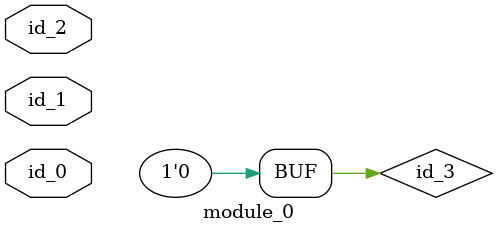
<source format=v>
module module_0 (
    input id_0,
    input id_1,
    input id_2
);
  assign id_3 = 1'h0;
endmodule

</source>
